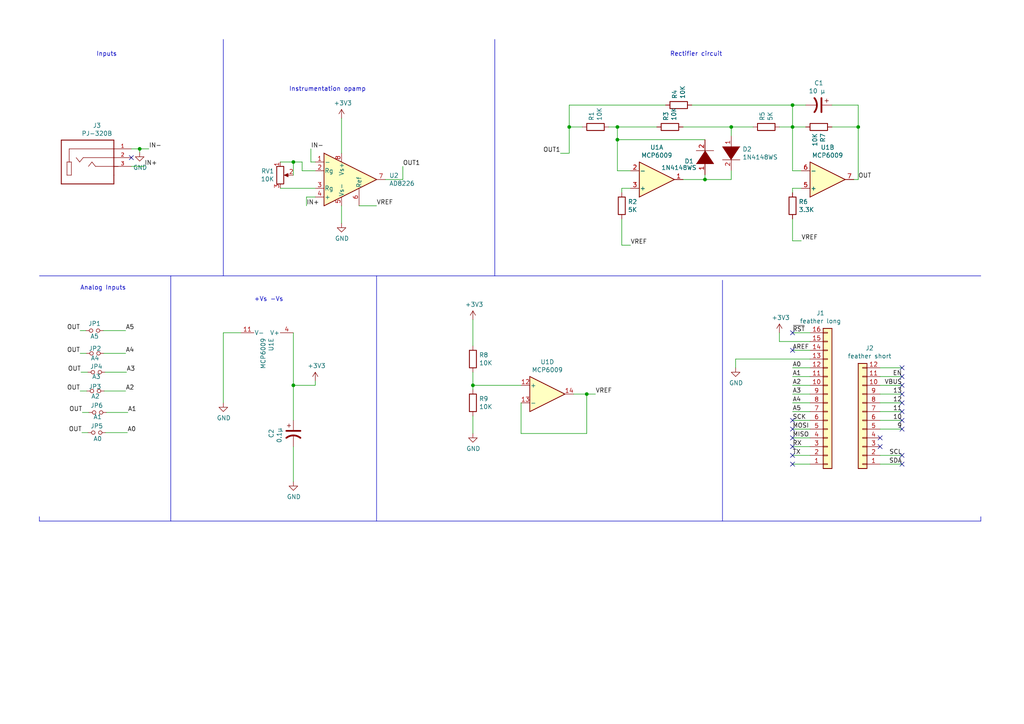
<source format=kicad_sch>
(kicad_sch (version 20230121) (generator eeschema)
  (paper "A4")
  (title_block (title "Wing_current_sensor") (date "2021-07-21") (rev "1.1") (company "ElectronicCats") (comment 1 "Edgar Emmanuel Capuchino Escobedo"))
  (lib_symbols
    (symbol "power:GND" (power) (pin_names (offset 0))
      (property "Value" "GND" (at 0 -3.81 0))
      (symbol "GND_0_1"
        (polyline (pts (xy 0 0) (xy 0 -1.27) (xy 1.27 -1.27) (xy 0 -2.54) (xy -1.27 -1.27) (xy 0 -1.27)))
      )
      (symbol "GND_1_1"
        (pin power_in line (at 0 0 270) (length 0) hide (name "GND") (number "1"))
      )
    )
    (symbol "sensor_current-rescue:+3.3V-power-sensor_current-rescue" (power) (pin_names (offset 0))
      (property "Value" "+3.3V-power-sensor_current-rescue" (at 0 3.556 0))
      (symbol "+3.3V-power-sensor_current-rescue_0_1"
        (polyline (pts (xy -0.762 1.27) (xy 0 2.54)))
        (polyline (pts (xy 0 0) (xy 0 2.54)))
        (polyline (pts (xy 0 2.54) (xy 0.762 1.27)))
      )
      (symbol "+3.3V-power-sensor_current-rescue_1_1"
        (pin power_in line (at 0 0 90) (length 0) hide (name "+3V3") (number "1"))
      )
    )
    (symbol "sensor_current-rescue:AD8421-Amplifier_Instrumentation-sensor_current-rescue" (pin_names (offset 0.127))
      (property "Reference" "U" (at 3.81 7.62 0))
      (property "Value" "AD8421-Amplifier_Instrumentation-sensor_current-rescue" (at 3.81 5.08 0))
      (symbol "AD8421-Amplifier_Instrumentation-sensor_current-rescue_0_1"
        (polyline (pts (xy -7.62 7.62) (xy -7.62 -7.62) (xy 7.62 0) (xy -7.62 7.62)) (stroke (width 0.254)) (fill (type background)))
      )
      (symbol "AD8421-Amplifier_Instrumentation-sensor_current-rescue_1_1"
        (pin input line (at -10.16 5.08 0) (length 2.54) (name "-") (number "1"))
        (pin passive line (at -10.16 2.54 0) (length 2.54) (name "Rg") (number "2"))
        (pin passive line (at -10.16 -2.54 0) (length 2.54) (name "Rg") (number "3"))
        (pin input line (at -10.16 -5.08 0) (length 2.54) (name "+") (number "4"))
        (pin power_in line (at -2.54 -7.62 90) (length 2.54) (name "Vs-") (number "5"))
        (pin passive line (at 2.54 -7.62 90) (length 5.08) (name "Ref") (number "6"))
        (pin output line (at 10.16 0 180) (length 2.54) (name "~") (number "7"))
        (pin power_in line (at -2.54 7.62 270) (length 2.54) (name "Vs+") (number "8"))
      )
    )
    (symbol "sensor_current-rescue:CP1-Device-sensor_current-rescue" (pin_numbers hide) (pin_names (offset 0.254) hide)
      (property "Reference" "C" (at 0.635 2.54 0))
      (property "Value" "CP1-Device-sensor_current-rescue" (at 0.635 -2.54 0))
      (symbol "CP1-Device-sensor_current-rescue_0_1"
        (polyline (pts (xy -2.032 0.762) (xy 2.032 0.762)) (stroke (width 0.508)))
        (polyline (pts (xy -1.778 2.286) (xy -0.762 2.286)))
        (polyline (pts (xy -1.27 1.778) (xy -1.27 2.794)))
        (arc (start 2.032 -1.27) (mid 0 -0.5572) (end -2.032 -1.27) (stroke (width 0.508)))
      )
      (symbol "CP1-Device-sensor_current-rescue_1_1"
        (pin passive line (at 0 3.81 270) (length 2.794) (name "~") (number "1"))
        (pin passive line (at 0 -3.81 90) (length 3.302) (name "~") (number "2"))
      )
    )
    (symbol "sensor_current-rescue:Conn_01x12-Connector_Generic-sensor_current-rescue" (pin_names (offset 1.016) hide)
      (property "Reference" "J" (at 0 15.24 0))
      (property "Value" "Conn_01x12-Connector_Generic-sensor_current-rescue" (at 0 -17.78 0))
      (symbol "Conn_01x12-Connector_Generic-sensor_current-rescue_1_1"
        (rectangle (start -1.27 -15.113) (end 0 -15.367) (stroke (width 0.1524)))
        (rectangle (start -1.27 -12.573) (end 0 -12.827) (stroke (width 0.1524)))
        (rectangle (start -1.27 -10.033) (end 0 -10.287) (stroke (width 0.1524)))
        (rectangle (start -1.27 -7.493) (end 0 -7.747) (stroke (width 0.1524)))
        (rectangle (start -1.27 -4.953) (end 0 -5.207) (stroke (width 0.1524)))
        (rectangle (start -1.27 -2.413) (end 0 -2.667) (stroke (width 0.1524)))
        (rectangle (start -1.27 0.127) (end 0 -0.127) (stroke (width 0.1524)))
        (rectangle (start -1.27 2.667) (end 0 2.413) (stroke (width 0.1524)))
        (rectangle (start -1.27 5.207) (end 0 4.953) (stroke (width 0.1524)))
        (rectangle (start -1.27 7.747) (end 0 7.493) (stroke (width 0.1524)))
        (rectangle (start -1.27 10.287) (end 0 10.033) (stroke (width 0.1524)))
        (rectangle (start -1.27 12.827) (end 0 12.573) (stroke (width 0.1524)))
        (rectangle (start -1.27 13.97) (end 1.27 -16.51) (stroke (width 0.254)) (fill (type background)))
        (pin passive line (at -5.08 12.7 0) (length 3.81) (name "Pin_1") (number "1"))
        (pin passive line (at -5.08 -10.16 0) (length 3.81) (name "Pin_10") (number "10"))
        (pin passive line (at -5.08 -12.7 0) (length 3.81) (name "Pin_11") (number "11"))
        (pin passive line (at -5.08 -15.24 0) (length 3.81) (name "Pin_12") (number "12"))
        (pin passive line (at -5.08 10.16 0) (length 3.81) (name "Pin_2") (number "2"))
        (pin passive line (at -5.08 7.62 0) (length 3.81) (name "Pin_3") (number "3"))
        (pin passive line (at -5.08 5.08 0) (length 3.81) (name "Pin_4") (number "4"))
        (pin passive line (at -5.08 2.54 0) (length 3.81) (name "Pin_5") (number "5"))
        (pin passive line (at -5.08 0 0) (length 3.81) (name "Pin_6") (number "6"))
        (pin passive line (at -5.08 -2.54 0) (length 3.81) (name "Pin_7") (number "7"))
        (pin passive line (at -5.08 -5.08 0) (length 3.81) (name "Pin_8") (number "8"))
        (pin passive line (at -5.08 -7.62 0) (length 3.81) (name "Pin_9") (number "9"))
      )
    )
    (symbol "sensor_current-rescue:Conn_01x16-Connector_Generic-sensor_current-rescue" (pin_names (offset 1.016) hide)
      (property "Reference" "J" (at 0 20.32 0))
      (property "Value" "Conn_01x16-Connector_Generic-sensor_current-rescue" (at 0 -22.86 0))
      (symbol "Conn_01x16-Connector_Generic-sensor_current-rescue_1_1"
        (rectangle (start -1.27 -20.193) (end 0 -20.447) (stroke (width 0.1524)))
        (rectangle (start -1.27 -17.653) (end 0 -17.907) (stroke (width 0.1524)))
        (rectangle (start -1.27 -15.113) (end 0 -15.367) (stroke (width 0.1524)))
        (rectangle (start -1.27 -12.573) (end 0 -12.827) (stroke (width 0.1524)))
        (rectangle (start -1.27 -10.033) (end 0 -10.287) (stroke (width 0.1524)))
        (rectangle (start -1.27 -7.493) (end 0 -7.747) (stroke (width 0.1524)))
        (rectangle (start -1.27 -4.953) (end 0 -5.207) (stroke (width 0.1524)))
        (rectangle (start -1.27 -2.413) (end 0 -2.667) (stroke (width 0.1524)))
        (rectangle (start -1.27 0.127) (end 0 -0.127) (stroke (width 0.1524)))
        (rectangle (start -1.27 2.667) (end 0 2.413) (stroke (width 0.1524)))
        (rectangle (start -1.27 5.207) (end 0 4.953) (stroke (width 0.1524)))
        (rectangle (start -1.27 7.747) (end 0 7.493) (stroke (width 0.1524)))
        (rectangle (start -1.27 10.287) (end 0 10.033) (stroke (width 0.1524)))
        (rectangle (start -1.27 12.827) (end 0 12.573) (stroke (width 0.1524)))
        (rectangle (start -1.27 15.367) (end 0 15.113) (stroke (width 0.1524)))
        (rectangle (start -1.27 17.907) (end 0 17.653) (stroke (width 0.1524)))
        (rectangle (start -1.27 19.05) (end 1.27 -21.59) (stroke (width 0.254)) (fill (type background)))
        (pin passive line (at -5.08 17.78 0) (length 3.81) (name "Pin_1") (number "1"))
        (pin passive line (at -5.08 -5.08 0) (length 3.81) (name "Pin_10") (number "10"))
        (pin passive line (at -5.08 -7.62 0) (length 3.81) (name "Pin_11") (number "11"))
        (pin passive line (at -5.08 -10.16 0) (length 3.81) (name "Pin_12") (number "12"))
        (pin passive line (at -5.08 -12.7 0) (length 3.81) (name "Pin_13") (number "13"))
        (pin passive line (at -5.08 -15.24 0) (length 3.81) (name "Pin_14") (number "14"))
        (pin passive line (at -5.08 -17.78 0) (length 3.81) (name "Pin_15") (number "15"))
        (pin passive line (at -5.08 -20.32 0) (length 3.81) (name "Pin_16") (number "16"))
        (pin passive line (at -5.08 15.24 0) (length 3.81) (name "Pin_2") (number "2"))
        (pin passive line (at -5.08 12.7 0) (length 3.81) (name "Pin_3") (number "3"))
        (pin passive line (at -5.08 10.16 0) (length 3.81) (name "Pin_4") (number "4"))
        (pin passive line (at -5.08 7.62 0) (length 3.81) (name "Pin_5") (number "5"))
        (pin passive line (at -5.08 5.08 0) (length 3.81) (name "Pin_6") (number "6"))
        (pin passive line (at -5.08 2.54 0) (length 3.81) (name "Pin_7") (number "7"))
        (pin passive line (at -5.08 0 0) (length 3.81) (name "Pin_8") (number "8"))
        (pin passive line (at -5.08 -2.54 0) (length 3.81) (name "Pin_9") (number "9"))
      )
    )
    (symbol "sensor_current-rescue:DIODE-pspice-sensor_current-rescue" (pin_names (offset 1.016) hide)
      (property "Reference" "D" (at 0 3.81 0))
      (property "Value" "DIODE-pspice-sensor_current-rescue" (at 0 -4.445 0))
      (symbol "DIODE-pspice-sensor_current-rescue_0_1"
        (polyline (pts (xy 1.905 2.54) (xy 1.905 -2.54)))
        (polyline (pts (xy -1.905 2.54) (xy -1.905 -2.54) (xy 1.905 0)) (fill (type outline)))
      )
      (symbol "DIODE-pspice-sensor_current-rescue_1_1"
        (pin input line (at -5.08 0 0) (length 3.81) (name "K") (number "1"))
        (pin input line (at 5.08 0 180) (length 3.81) (name "A") (number "2"))
      )
    )
    (symbol "sensor_current-rescue:GND-power-sensor_current-rescue" (power) (pin_names (offset 0))
      (property "Value" "GND-power-sensor_current-rescue" (at 0 -3.81 0))
      (symbol "GND-power-sensor_current-rescue_0_1"
        (polyline (pts (xy 0 0) (xy 0 -1.27) (xy 1.27 -1.27) (xy 0 -2.54) (xy -1.27 -1.27) (xy 0 -1.27)))
      )
      (symbol "GND-power-sensor_current-rescue_1_1"
        (pin power_in line (at 0 0 270) (length 0) hide (name "GND") (number "1"))
      )
    )
    (symbol "sensor_current-rescue:Jumper_NO_Small-Device" (pin_numbers hide) (pin_names (offset 0.762) hide)
      (property "Reference" "JP" (at 0 2.032 0))
      (property "Value" "Device_Jumper_NO_Small" (at 0.254 -1.524 0))
      (symbol "Jumper_NO_Small-Device_0_1"
        (circle (center -1.016 0) (radius 0.508))
        (circle (center 1.016 0) (radius 0.508))
        (pin passive line (at -2.54 0 0) (length 1.016) (name "1") (number "1"))
        (pin passive line (at 2.54 0 180) (length 1.016) (name "2") (number "2"))
      )
    )
    (symbol "sensor_current-rescue:R-Device-sensor_current-rescue" (pin_numbers hide) (pin_names (offset 0))
      (property "Reference" "R" (at 2.032 0 90))
      (property "Value" "R-Device-sensor_current-rescue" (at 0 0 90))
      (symbol "R-Device-sensor_current-rescue_0_1"
        (rectangle (start -1.016 -2.54) (end 1.016 2.54) (stroke (width 0.254)))
      )
      (symbol "R-Device-sensor_current-rescue_1_1"
        (pin passive line (at 0 3.81 270) (length 1.27) (name "~") (number "1"))
        (pin passive line (at 0 -3.81 90) (length 1.27) (name "~") (number "2"))
      )
    )
    (symbol "sensor_current-rescue:R_POT-Device-sensor_current-rescue" (pin_names (offset 1.016) hide)
      (property "Reference" "RV" (at -4.445 0 90))
      (property "Value" "R_POT-Device-sensor_current-rescue" (at -2.54 0 90))
      (symbol "R_POT-Device-sensor_current-rescue_0_1"
        (polyline (pts (xy 2.54 0) (xy 1.524 0)))
        (polyline (pts (xy 1.143 0) (xy 2.286 0.508) (xy 2.286 -0.508) (xy 1.143 0)) (fill (type outline)))
        (rectangle (start 1.016 2.54) (end -1.016 -2.54) (stroke (width 0.254)))
      )
      (symbol "R_POT-Device-sensor_current-rescue_1_1"
        (pin passive line (at 0 3.81 270) (length 1.27) (name "1") (number "1"))
        (pin passive line (at 3.81 0 180) (length 1.27) (name "2") (number "2"))
        (pin passive line (at 0 -3.81 90) (length 1.27) (name "3") (number "3"))
      )
    )
    (symbol "sensor_current-rescue:SJ-3524-SMT-jack-sensor_current-rescue" (pin_names (offset 1.016) hide)
      (property "Reference" "J" (at -7.6454 8.2804 0))
      (property "Value" "SJ-3524-SMT-jack-sensor_current-rescue" (at -7.6454 -7.6708 0))
      (symbol "SJ-3524-SMT-jack-sensor_current-rescue_0_0"
        (polyline (pts (xy -7.62 -5.08) (xy 7.62 -5.08)) (stroke (width 0.254)))
        (polyline (pts (xy -7.62 7.62) (xy -7.62 -5.08)) (stroke (width 0.254)))
        (polyline (pts (xy -5.969 -2.54) (xy -4.699 -2.54)) (stroke (width 0.1524)))
        (polyline (pts (xy -5.969 1.27) (xy -5.969 -2.54)) (stroke (width 0.1524)))
        (polyline (pts (xy -5.334 1.27) (xy -5.969 1.27)) (stroke (width 0.1524)))
        (polyline (pts (xy -5.334 1.27) (xy -5.334 5.08)) (stroke (width 0.1524)))
        (polyline (pts (xy -5.334 5.08) (xy 7.62 5.08)) (stroke (width 0.1524)))
        (polyline (pts (xy -4.699 -2.54) (xy -4.699 1.27)) (stroke (width 0.1524)))
        (polyline (pts (xy -4.699 1.27) (xy -5.334 1.27)) (stroke (width 0.1524)))
        (polyline (pts (xy -2.286 1.27) (xy -3.302 2.54)) (stroke (width 0.1524)))
        (polyline (pts (xy -1.27 2.54) (xy -2.286 1.27)) (stroke (width 0.1524)))
        (polyline (pts (xy 7.62 -5.08) (xy 7.62 -2.54)) (stroke (width 0.254)))
        (polyline (pts (xy 7.62 -2.54) (xy 7.62 0)) (stroke (width 0.254)))
        (polyline (pts (xy 7.62 0) (xy 7.62 2.54)) (stroke (width 0.254)))
        (polyline (pts (xy 7.62 2.54) (xy -1.27 2.54)) (stroke (width 0.1524)))
        (polyline (pts (xy 7.62 2.54) (xy 7.62 5.08)) (stroke (width 0.254)))
        (polyline (pts (xy 7.62 5.08) (xy 7.62 7.62)) (stroke (width 0.254)))
        (polyline (pts (xy 7.62 7.62) (xy -7.62 7.62)) (stroke (width 0.254)))
        (pin passive line (at 12.7 5.08 180) (length 5.08) (name "~") (number "1"))
        (pin passive line (at 12.7 2.54 180) (length 5.08) (name "~") (number "2"))
        (pin passive line (at 12.7 0 180) (length 5.08) (name "~") (number "3"))
      )
      (symbol "SJ-3524-SMT-jack-sensor_current-rescue_1_1"
        (polyline (pts (xy 0.254 0) (xy 1.27 1.27)) (stroke (width 0.1524)))
        (polyline (pts (xy 1.27 1.27) (xy 2.286 0)) (stroke (width 0.1524)))
        (polyline (pts (xy 8.89 0) (xy 2.286 0)) (stroke (width 0.1524)))
      )
    )
    (symbol "sensor_current-rescue:TL084-Amplifier_Operational-sensor_current-rescue" (pin_names (offset 0.127))
      (property "Reference" "U" (at 0 5.08 0))
      (property "Value" "TL084-Amplifier_Operational-sensor_current-rescue" (at 0 -5.08 0))
      (symbol "TL084-Amplifier_Operational-sensor_current-rescue_1_1"
        (polyline (pts (xy -5.08 5.08) (xy 5.08 0) (xy -5.08 -5.08) (xy -5.08 5.08)) (stroke (width 0.254)) (fill (type background)))
        (pin output line (at 7.62 0 180) (length 2.54) (name "~") (number "1"))
        (pin input line (at -7.62 -2.54 0) (length 2.54) (name "-") (number "2"))
        (pin input line (at -7.62 2.54 0) (length 2.54) (name "+") (number "3"))
      )
      (symbol "TL084-Amplifier_Operational-sensor_current-rescue_2_1"
        (polyline (pts (xy -5.08 5.08) (xy 5.08 0) (xy -5.08 -5.08) (xy -5.08 5.08)) (stroke (width 0.254)) (fill (type background)))
        (pin input line (at -7.62 2.54 0) (length 2.54) (name "+") (number "5"))
        (pin input line (at -7.62 -2.54 0) (length 2.54) (name "-") (number "6"))
        (pin output line (at 7.62 0 180) (length 2.54) (name "~") (number "7"))
      )
      (symbol "TL084-Amplifier_Operational-sensor_current-rescue_3_1"
        (polyline (pts (xy -5.08 5.08) (xy 5.08 0) (xy -5.08 -5.08) (xy -5.08 5.08)) (stroke (width 0.254)) (fill (type background)))
        (pin input line (at -7.62 2.54 0) (length 2.54) (name "+") (number "10"))
        (pin output line (at 7.62 0 180) (length 2.54) (name "~") (number "8"))
        (pin input line (at -7.62 -2.54 0) (length 2.54) (name "-") (number "9"))
      )
      (symbol "TL084-Amplifier_Operational-sensor_current-rescue_4_1"
        (polyline (pts (xy -5.08 5.08) (xy 5.08 0) (xy -5.08 -5.08) (xy -5.08 5.08)) (stroke (width 0.254)) (fill (type background)))
        (pin input line (at -7.62 2.54 0) (length 2.54) (name "+") (number "12"))
        (pin input line (at -7.62 -2.54 0) (length 2.54) (name "-") (number "13"))
        (pin output line (at 7.62 0 180) (length 2.54) (name "~") (number "14"))
      )
      (symbol "TL084-Amplifier_Operational-sensor_current-rescue_5_1"
        (pin power_in line (at -2.54 -7.62 90) (length 3.81) (name "V-") (number "11"))
        (pin power_in line (at -2.54 7.62 270) (length 3.81) (name "V+") (number "4"))
      )
    )
  )
  (junction (at 170.18 114.3))
  (junction (at 179.07 40.513))
  (junction (at 40.513 43.18))
  (junction (at 137.16 111.76))
  (junction (at 204.47 52.07))
  (junction (at 229.87 36.83))
  (junction (at 248.92 36.83))
  (junction (at 85.09 111.76))
  (junction (at 179.07 36.83))
  (junction (at 212.09 36.83))
  (junction (at 85.09 46.99))
  (junction (at 165.1 36.83))
  (junction (at 229.87 30.48))
  (no_connect (at 261.62 114.3))
  (no_connect (at 229.87 134.62))
  (no_connect (at 229.87 127))
  (no_connect (at 229.87 121.92))
  (no_connect (at 38.1 45.72))
  (no_connect (at 229.87 96.52))
  (no_connect (at 261.62 119.38))
  (no_connect (at 261.62 111.76))
  (no_connect (at 229.87 101.6))
  (no_connect (at 261.62 106.68))
  (no_connect (at 261.62 116.84))
  (no_connect (at 261.62 121.92))
  (no_connect (at 261.62 132.08))
  (no_connect (at 255.27 129.54))
  (no_connect (at 229.87 129.54))
  (no_connect (at 229.87 132.08))
  (no_connect (at 261.62 109.22))
  (no_connect (at 255.27 127))
  (no_connect (at 261.62 124.46))
  (no_connect (at 229.87 124.46))
  (no_connect (at 261.62 134.62))
  (wire (pts (xy 229.87 101.6) (xy 234.95 101.6)))
  (wire (pts (xy 226.06 99.06) (xy 234.95 99.06)))
  (wire (pts (xy 168.91 36.83) (xy 165.1 36.83)))
  (wire (pts (xy 229.87 36.83) (xy 226.06 36.83)))
  (wire (pts (xy 229.87 109.22) (xy 234.95 109.22)))
  (wire (pts (xy 180.34 63.5) (xy 180.34 71.12)))
  (wire (pts (xy 180.34 54.61) (xy 180.34 55.88)))
  (wire (pts (xy 23.241 102.489) (xy 25.019 102.489)))
  (polyline (pts (xy 64.77 80.01) (xy 64.77 11.43)))
  (wire (pts (xy 170.18 114.3) (xy 172.72 114.3)))
  (wire (pts (xy 30.226 113.411) (xy 36.449 113.411)))
  (wire (pts (xy 165.1 36.83) (xy 165.1 44.45)))
  (wire (pts (xy 229.87 134.62) (xy 234.95 134.62)))
  (wire (pts (xy 91.44 110.49) (xy 91.44 111.76)))
  (wire (pts (xy 179.07 36.83) (xy 179.07 40.513)))
  (polyline (pts (xy 11.43 151.13) (xy 11.43 149.86)))
  (polyline (pts (xy 11.43 80.01) (xy 284.48 80.01)))
  (wire (pts (xy 229.87 116.84) (xy 234.95 116.84)))
  (polyline (pts (xy 284.48 151.13) (xy 284.48 149.86)))
  (wire (pts (xy 30.861 119.634) (xy 37.084 119.634)))
  (wire (pts (xy 91.44 57.15) (xy 88.9 57.15)))
  (wire (pts (xy 90.17 46.99) (xy 90.17 43.18)))
  (wire (pts (xy 229.87 96.52) (xy 234.95 96.52)))
  (wire (pts (xy 38.1 48.26) (xy 41.91 48.26)))
  (polyline (pts (xy 109.22 151.13) (xy 109.22 80.01)))
  (wire (pts (xy 182.88 54.61) (xy 180.34 54.61)))
  (wire (pts (xy 247.65 52.07) (xy 248.92 52.07)))
  (wire (pts (xy 255.27 132.08) (xy 261.62 132.08)))
  (wire (pts (xy 170.18 125.73) (xy 170.18 114.3)))
  (wire (pts (xy 200.66 30.48) (xy 229.87 30.48)))
  (wire (pts (xy 81.28 46.99) (xy 85.09 46.99)))
  (polyline (pts (xy 49.53 80.01) (xy 49.53 151.13)))
  (wire (pts (xy 248.92 36.83) (xy 248.92 30.48)))
  (wire (pts (xy 212.09 49.53) (xy 212.09 52.07)))
  (polyline (pts (xy 11.43 151.13) (xy 284.48 151.13)))
  (wire (pts (xy 255.27 124.46) (xy 261.62 124.46)))
  (wire (pts (xy 151.13 116.84) (xy 151.13 125.73)))
  (wire (pts (xy 229.87 121.92) (xy 234.95 121.92)))
  (polyline (pts (xy 143.51 80.01) (xy 143.51 11.43)))
  (wire (pts (xy 23.876 119.634) (xy 25.781 119.634)))
  (wire (pts (xy 198.12 36.83) (xy 212.09 36.83)))
  (wire (pts (xy 241.3 30.48) (xy 248.92 30.48)))
  (wire (pts (xy 212.09 36.83) (xy 212.09 39.37)))
  (wire (pts (xy 213.36 104.14) (xy 234.95 104.14)))
  (wire (pts (xy 233.68 30.48) (xy 229.87 30.48)))
  (wire (pts (xy 85.09 46.99) (xy 87.63 46.99)))
  (wire (pts (xy 180.34 71.12) (xy 182.88 71.12)))
  (wire (pts (xy 88.9 57.15) (xy 88.9 59.69)))
  (wire (pts (xy 229.87 55.88) (xy 229.87 54.61)))
  (wire (pts (xy 176.53 36.83) (xy 179.07 36.83)))
  (wire (pts (xy 23.495 107.95) (xy 25.4 107.95)))
  (wire (pts (xy 229.87 69.85) (xy 229.87 63.5)))
  (wire (pts (xy 165.1 30.48) (xy 193.04 30.48)))
  (wire (pts (xy 255.27 119.38) (xy 261.62 119.38)))
  (wire (pts (xy 179.07 40.513) (xy 204.47 40.513)))
  (wire (pts (xy 218.44 36.83) (xy 212.09 36.83)))
  (wire (pts (xy 255.27 106.68) (xy 261.62 106.68)))
  (wire (pts (xy 99.06 34.29) (xy 99.06 44.45)))
  (wire (pts (xy 229.87 49.53) (xy 229.87 36.83)))
  (wire (pts (xy 229.87 69.85) (xy 232.41 69.85)))
  (wire (pts (xy 91.44 111.76) (xy 85.09 111.76)))
  (wire (pts (xy 241.3 36.83) (xy 248.92 36.83)))
  (wire (pts (xy 137.16 120.65) (xy 137.16 125.73)))
  (wire (pts (xy 182.88 49.53) (xy 179.07 49.53)))
  (wire (pts (xy 229.87 106.68) (xy 234.95 106.68)))
  (wire (pts (xy 229.87 124.46) (xy 234.95 124.46)))
  (wire (pts (xy 137.16 111.76) (xy 137.16 113.03)))
  (wire (pts (xy 30.607 125.476) (xy 36.957 125.476)))
  (wire (pts (xy 248.92 36.83) (xy 248.92 52.07)))
  (wire (pts (xy 165.1 30.48) (xy 165.1 36.83)))
  (wire (pts (xy 99.06 59.69) (xy 99.06 64.77)))
  (wire (pts (xy 23.241 113.411) (xy 25.146 113.411)))
  (wire (pts (xy 116.84 52.07) (xy 116.84 48.26)))
  (wire (pts (xy 87.63 49.53) (xy 91.44 49.53)))
  (wire (pts (xy 255.27 114.3) (xy 261.62 114.3)))
  (wire (pts (xy 229.87 49.53) (xy 232.41 49.53)))
  (wire (pts (xy 229.87 129.54) (xy 234.95 129.54)))
  (wire (pts (xy 87.63 46.99) (xy 87.63 49.53)))
  (wire (pts (xy 81.28 54.61) (xy 91.44 54.61)))
  (wire (pts (xy 255.27 111.76) (xy 261.62 111.76)))
  (wire (pts (xy 23.749 125.476) (xy 25.527 125.476)))
  (wire (pts (xy 23.241 95.885) (xy 24.892 95.885)))
  (wire (pts (xy 255.27 121.92) (xy 261.62 121.92)))
  (wire (pts (xy 229.87 119.38) (xy 234.95 119.38)))
  (wire (pts (xy 166.37 114.3) (xy 170.18 114.3)))
  (wire (pts (xy 229.87 111.76) (xy 234.95 111.76)))
  (wire (pts (xy 151.13 111.76) (xy 137.16 111.76)))
  (wire (pts (xy 255.27 134.62) (xy 261.62 134.62)))
  (wire (pts (xy 162.56 44.45) (xy 165.1 44.45)))
  (wire (pts (xy 40.513 43.18) (xy 43.18 43.18)))
  (wire (pts (xy 229.87 114.3) (xy 234.95 114.3)))
  (wire (pts (xy 179.07 36.83) (xy 190.5 36.83)))
  (wire (pts (xy 229.87 132.08) (xy 234.95 132.08)))
  (wire (pts (xy 69.85 96.52) (xy 64.77 96.52)))
  (wire (pts (xy 255.27 116.84) (xy 261.62 116.84)))
  (wire (pts (xy 111.76 52.07) (xy 116.84 52.07)))
  (wire (pts (xy 137.16 92.71) (xy 137.16 100.33)))
  (wire (pts (xy 29.972 95.885) (xy 36.449 95.885)))
  (wire (pts (xy 85.09 96.52) (xy 85.09 111.76)))
  (wire (pts (xy 91.44 46.99) (xy 90.17 46.99)))
  (wire (pts (xy 198.12 52.07) (xy 204.47 52.07)))
  (wire (pts (xy 213.36 106.68) (xy 213.36 104.14)))
  (wire (pts (xy 212.09 52.07) (xy 204.47 52.07)))
  (wire (pts (xy 85.09 121.92) (xy 85.09 111.76)))
  (wire (pts (xy 137.16 107.95) (xy 137.16 111.76)))
  (wire (pts (xy 226.06 96.52) (xy 226.06 99.06)))
  (wire (pts (xy 104.14 59.69) (xy 109.22 59.69)))
  (wire (pts (xy 30.48 107.95) (xy 36.703 107.95)))
  (polyline (pts (xy 209.55 151.13) (xy 209.55 81.28)))
  (wire (pts (xy 204.47 50.673) (xy 204.47 52.07)))
  (wire (pts (xy 229.87 127) (xy 234.95 127)))
  (wire (pts (xy 229.87 30.48) (xy 229.87 36.83)))
  (wire (pts (xy 30.099 102.489) (xy 36.449 102.489)))
  (wire (pts (xy 40.513 44.196) (xy 40.513 43.18)))
  (wire (pts (xy 85.09 129.54) (xy 85.09 139.7)))
  (wire (pts (xy 151.13 125.73) (xy 170.18 125.73)))
  (wire (pts (xy 64.77 96.52) (xy 64.77 116.84)))
  (wire (pts (xy 229.87 54.61) (xy 232.41 54.61)))
  (wire (pts (xy 85.09 46.99) (xy 85.09 50.8)))
  (wire (pts (xy 38.1 43.18) (xy 40.513 43.18)))
  (wire (pts (xy 255.27 109.22) (xy 261.62 109.22)))
  (wire (pts (xy 233.68 36.83) (xy 229.87 36.83)))
  (wire (pts (xy 179.07 40.513) (xy 179.07 49.53)))
  (text "Inputs" (at 27.94 16.51 0) (effects (font (size 1.27 1.27)) (justify left bottom)))
  (text "Rectifier circuit" (at 194.31 16.51 0) (effects (font (size 1.27 1.27)) (justify left bottom)))
  (text "Analog Inputs" (at 23.241 84.328 0) (effects (font (size 1.27 1.27)) (justify left bottom)))
  (text "Instrumentation opamp" (at 83.82 26.67 0) (effects (font (size 1.27 1.27)) (justify left bottom)))
  (text "+Vs -Vs" (at 73.66 87.63 0) (effects (font (size 1.27 1.27)) (justify left bottom)))
  (label "A1" (at 37.084 119.634 0))
  (label "A0" (at 36.957 125.476 0))
  (label "OUT" (at 23.876 119.634 180))
  (label "MOSI" (at 229.87 124.46 0))
  (label "SCL" (at 261.62 132.08 180))
  (label "OUT" (at 23.749 125.476 180))
  (label "SDA" (at 261.62 134.62 180))
  (label "VREF" (at 182.88 71.12 0))
  (label "13" (at 261.62 114.3 180))
  (label "OUT1" (at 116.84 48.26 0))
  (label "A2" (at 36.449 113.411 0))
  (label "A3" (at 36.703 107.95 0))
  (label "A5" (at 36.449 95.885 0))
  (label "SCK" (at 229.87 121.92 0))
  (label "A3" (at 229.87 114.3 0))
  (label "OUT" (at 248.92 51.943 0))
  (label "A1" (at 229.87 109.22 0))
  (label "A4" (at 36.449 102.489 0))
  (label "A5" (at 229.87 119.38 0))
  (label "IN+" (at 88.9 59.69 0))
  (label "OUT" (at 23.241 113.411 180))
  (label "VREF" (at 172.72 114.3 0))
  (label "12" (at 261.62 116.84 180))
  (label "A2" (at 229.87 111.76 0))
  (label "MISO" (at 229.87 127 0))
  (label "A4" (at 229.87 116.84 0))
  (label "VREF" (at 109.22 59.69 0))
  (label "VBUS" (at 261.62 111.76 180))
  (label "11" (at 261.62 119.38 180))
  (label "A0" (at 229.87 106.68 0))
  (label "AREF" (at 229.87 101.6 0))
  (label "TX" (at 229.87 132.08 0))
  (label "VREF" (at 232.41 69.85 0))
  (label "IN-" (at 90.17 43.18 0))
  (label "RX" (at 229.87 129.54 0))
  (label "OUT" (at 23.241 102.489 180))
  (label "~{RST}" (at 229.87 96.52 0))
  (label "10" (at 261.62 121.92 180))
  (label "EN" (at 261.62 109.22 180))
  (label "9" (at 261.62 124.46 180))
  (label "IN-" (at 43.18 43.18 0))
  (label "OUT1" (at 162.56 44.45 180))
  (label "OUT" (at 23.495 107.95 180))
  (label "IN+" (at 41.91 48.26 0))
  (label "OUT" (at 23.241 95.885 180))
  (symbol (lib_id "sensor_current-rescue:Conn_01x16-Connector_Generic-sensor_current-rescue") (at 240.03 116.84 0) (mirror x) (unit 1)
    (property "Reference" "J1" (at 237.9726 90.805 0))
    (property "Value" "feather long" (at 237.9726 93.1164 0))
    (property "Footprint" "Connector_PinHeader_2.54mm:PinHeader_1x16_P2.54mm_Vertical" (effects hide))
  )
  (symbol (lib_id "sensor_current-rescue:Conn_01x12-Connector_Generic-sensor_current-rescue") (at 250.19 121.92 180) (unit 1)
    (property "Reference" "J2" (at 252.222 100.965 0))
    (property "Value" "feather short" (at 252.222 103.2764 0))
    (property "Footprint" "Connector_PinHeader_2.54mm:PinHeader_1x12_P2.54mm_Vertical" (effects hide))
  )
  (symbol (lib_id "sensor_current-rescue:+3.3V-power-sensor_current-rescue") (at 226.06 96.52 0) (unit 1)
    (property "Reference" "#PWR01" (effects hide))
    (property "Value" "+3.3V" (at 226.441 92.1258 0))
  )
  (symbol (lib_id "sensor_current-rescue:GND-power-sensor_current-rescue") (at 213.36 106.68 0) (unit 1)
    (property "Reference" "#PWR02" (effects hide))
    (property "Value" "GND" (at 213.487 111.0742 0))
  )
  (symbol (lib_id "sensor_current-rescue:CP1-Device-sensor_current-rescue") (at 85.09 125.73 0) (unit 1)
    (property "Reference" "C2" (at 78.6892 125.73 90))
    (property "Value" "0.1μ " (at 81.0006 125.73 90))
    (property "Footprint" "Capacitor_SMD:C_0805_2012Metric_Pad1.18x1.45mm_HandSolder" (effects hide))
    (property "Datasheet" "https://datasheet.lcsc.com/lcsc/1912111437_CCTC-TCC0805X7R104M500DT_C360619.pdf" (effects hide))
    (property "#LCSC" "C360619" (effects hide))
  )
  (symbol (lib_id "sensor_current-rescue:TL084-Amplifier_Operational-sensor_current-rescue") (at 77.47 99.06 270) (unit 5)
    (property "Reference" "U1" (at 78.6384 97.9932 0) (effects (justify left)))
    (property "Value" "MCP6009" (at 76.327 97.9932 0) (effects (justify left)))
    (property "Footprint" "Package_SO:SO-14_3.9x8.65mm_P1.27mm" (effects hide))
    (property "Datasheet" "http://www.ti.com/lit/ds/symlink/tl081.pdf" (effects hide))
    (property "#Mouser" "579-MCP6009-E/SL" (effects hide))
  )
  (symbol (lib_id "sensor_current-rescue:GND-power-sensor_current-rescue") (at 85.09 139.7 0) (unit 1)
    (property "Reference" "#PWR0102" (effects hide))
    (property "Value" "GND" (at 85.217 144.0942 0))
  )
  (symbol (lib_id "sensor_current-rescue:R_POT-Device-sensor_current-rescue") (at 81.28 50.8 0) (unit 1)
    (property "Reference" "RV1" (at 79.5274 49.6316 0) (effects (justify right)))
    (property "Value" "10K" (at 79.5274 51.943 0) (effects (justify right)))
    (property "Footprint" "Potentiometer_THT:Potentiometer_Bourns_3299W_Vertical" (effects hide))
  )
  (symbol (lib_id "sensor_current-rescue:AD8421-Amplifier_Instrumentation-sensor_current-rescue") (at 101.6 52.07 0) (unit 1)
    (property "Reference" "U2" (at 112.8776 50.9016 0) (effects (justify left)))
    (property "Value" "AD8226" (at 112.8776 53.213 0) (effects (justify left)))
    (property "Footprint" "Package_SO:SOIC-8_3.9x4.9mm_P1.27mm" (effects hide))
    (property "Datasheet" "https://www.analog.com/media/en/technical-documentation/data-sheets/AD8421.pdf" (effects hide))
    (property "#Mouser" "584-AD8226ARZ" (effects hide))
  )
  (symbol (lib_id "sensor_current-rescue:R-Device-sensor_current-rescue") (at 180.34 59.69 0) (unit 1)
    (property "Reference" "R2" (at 182.118 58.5216 0) (effects (justify left)))
    (property "Value" "5K" (at 182.118 60.833 0) (effects (justify left)))
    (property "Footprint" "Resistor_SMD:R_0805_2012Metric_Pad1.20x1.40mm_HandSolder" (effects hide))
    (property "Datasheet" "https://datasheet.lcsc.com/lcsc/1912111437_RALEC-RTT055001FTP_C332873.pdf" (effects hide))
    (property "#LCSC" "C332873" (effects hide))
  )
  (symbol (lib_id "sensor_current-rescue:TL084-Amplifier_Operational-sensor_current-rescue") (at 190.5 52.07 0) (mirror x) (unit 1)
    (property "Reference" "U1" (at 190.5 42.7482 0))
    (property "Value" "MCP6009" (at 190.5 45.0596 0))
    (property "Footprint" "Package_SO:SO-14_3.9x8.65mm_P1.27mm" (effects hide))
    (property "Datasheet" "http://www.ti.com/lit/ds/symlink/tl081.pdf" (effects hide))
    (property "#Mouser" "579-MCP6009-E/SL" (effects hide))
  )
  (symbol (lib_id "sensor_current-rescue:TL084-Amplifier_Operational-sensor_current-rescue") (at 240.03 52.07 0) (mirror x) (unit 2)
    (property "Reference" "U1" (at 240.03 42.7482 0))
    (property "Value" "MCP6009" (at 240.03 45.0596 0))
    (property "Footprint" "Package_SO:SO-14_3.9x8.65mm_P1.27mm" (effects hide))
    (property "Datasheet" "http://www.ti.com/lit/ds/symlink/tl081.pdf" (effects hide))
    (property "#Mouser" "579-MCP6009-E/SL" (effects hide))
  )
  (symbol (lib_id "sensor_current-rescue:R-Device-sensor_current-rescue") (at 229.87 59.69 0) (unit 1)
    (property "Reference" "R6" (at 231.648 58.5216 0) (effects (justify left)))
    (property "Value" "3.3K" (at 231.648 60.833 0) (effects (justify left)))
    (property "Footprint" "Resistor_SMD:R_0805_2012Metric_Pad1.20x1.40mm_HandSolder" (effects hide))
    (property "Datasheet" "https://datasheet.lcsc.com/lcsc/1811061712_FH-Guangdong-Fenghua-Advanced-Tech-RS-05K332JT_C139892.pdf" (effects hide))
    (property "#LCSC" "C139892" (effects hide))
  )
  (symbol (lib_id "sensor_current-rescue:R-Device-sensor_current-rescue") (at 237.49 36.83 270) (unit 1)
    (property "Reference" "R7" (at 238.6584 38.608 0) (effects (justify left)))
    (property "Value" "10K" (at 236.347 38.608 0) (effects (justify left)))
    (property "Footprint" "Resistor_SMD:R_0805_2012Metric_Pad1.20x1.40mm_HandSolder" (effects hide))
    (property "Datasheet" "https://datasheet.lcsc.com/lcsc/1811141124_FH-Guangdong-Fenghua-Advanced-Tech-RS-05K103JT_C115295.pdf" (effects hide))
    (property "#LCSC" "C115295" (effects hide))
  )
  (symbol (lib_id "sensor_current-rescue:CP1-Device-sensor_current-rescue") (at 237.49 30.48 270) (unit 1)
    (property "Reference" "C1" (at 237.49 24.0792 90))
    (property "Value" "10 μ " (at 237.49 26.3906 90))
    (property "Footprint" "Capacitor_SMD:C_0805_2012Metric_Pad1.18x1.45mm_HandSolder" (effects hide))
    (property "Datasheet" "https://datasheet.lcsc.com/lcsc/1811031143_YAGEO-CC0603KRX5R6BB106_C326057.pdf" (effects hide))
    (property "#LCSC" "C326057" (effects hide))
  )
  (symbol (lib_id "sensor_current-rescue:R-Device-sensor_current-rescue") (at 196.85 30.48 90) (unit 1)
    (property "Reference" "R4" (at 195.6816 28.702 0) (effects (justify left)))
    (property "Value" "10K" (at 197.993 28.702 0) (effects (justify left)))
    (property "Footprint" "Resistor_SMD:R_0805_2012Metric_Pad1.20x1.40mm_HandSolder" (effects hide))
    (property "Datasheet" "https://datasheet.lcsc.com/lcsc/1811141124_FH-Guangdong-Fenghua-Advanced-Tech-RS-05K103JT_C115295.pdf" (effects hide))
    (property "#LCSC" "C115295" (effects hide))
  )
  (symbol (lib_id "sensor_current-rescue:R-Device-sensor_current-rescue") (at 222.25 36.83 90) (unit 1)
    (property "Reference" "R5" (at 221.0816 35.052 0) (effects (justify left)))
    (property "Value" "5K" (at 223.393 35.052 0) (effects (justify left)))
    (property "Footprint" "Resistor_SMD:R_0805_2012Metric_Pad1.20x1.40mm_HandSolder" (effects hide))
    (property "Datasheet" "https://datasheet.lcsc.com/lcsc/1912111437_RALEC-RTT055001FTP_C332873.pdf" (effects hide))
    (property "#LCSC" "C332873" (effects hide))
  )
  (symbol (lib_id "sensor_current-rescue:R-Device-sensor_current-rescue") (at 194.31 36.83 90) (unit 1)
    (property "Reference" "R3" (at 193.1416 35.052 0) (effects (justify left)))
    (property "Value" "10K" (at 195.453 35.052 0) (effects (justify left)))
    (property "Footprint" "Resistor_SMD:R_0805_2012Metric_Pad1.20x1.40mm_HandSolder" (effects hide))
    (property "Datasheet" "https://datasheet.lcsc.com/lcsc/1811141124_FH-Guangdong-Fenghua-Advanced-Tech-RS-05K103JT_C115295.pdf" (effects hide))
    (property "#LCSC" "C115295" (effects hide))
  )
  (symbol (lib_id "sensor_current-rescue:DIODE-pspice-sensor_current-rescue") (at 212.09 44.45 270) (unit 1)
    (property "Reference" "D2" (at 215.3412 43.2816 90) (effects (justify left)))
    (property "Value" "1N4148WS" (at 215.3412 45.593 90) (effects (justify left)))
    (property "Footprint" "Diode_SMD:D_SOD-323F" (effects hide))
    (property "Datasheet" "https://datasheet.lcsc.com/lcsc/1810201910_Foshan-Blue-Rocket-Elec-1N4148WS_C305438.pdf" (effects hide))
    (property "#LCSC" "C305438" (effects hide))
    (property "#Mouser" "512-1N4148WS" (effects hide))
  )
  (symbol (lib_id "sensor_current-rescue:DIODE-pspice-sensor_current-rescue") (at 204.47 45.593 90) (unit 1)
    (property "Reference" "D1" (at 201.2188 46.7614 90) (effects (justify left)))
    (property "Value" "1N4148WS" (at 202.057 48.641 90) (effects (justify left)))
    (property "Footprint" "Diode_SMD:D_SOD-323F" (effects hide))
    (property "Datasheet" "https://datasheet.lcsc.com/lcsc/1810201910_Foshan-Blue-Rocket-Elec-1N4148WS_C305438.pdf" (effects hide))
    (property "#LCSC" "C305438" (effects hide))
    (property "#Mouser" "512-1N4148WS" (effects hide))
  )
  (symbol (lib_id "sensor_current-rescue:R-Device-sensor_current-rescue") (at 172.72 36.83 90) (unit 1)
    (property "Reference" "R1" (at 171.5516 35.052 0) (effects (justify left)))
    (property "Value" "10K" (at 173.863 35.052 0) (effects (justify left)))
    (property "Footprint" "Resistor_SMD:R_0805_2012Metric_Pad1.20x1.40mm_HandSolder" (effects hide))
    (property "Datasheet" "https://datasheet.lcsc.com/lcsc/1811141124_FH-Guangdong-Fenghua-Advanced-Tech-RS-05K103JT_C115295.pdf" (effects hide))
    (property "#LCSC" "C115295" (effects hide))
  )
  (symbol (lib_id "sensor_current-rescue:R-Device-sensor_current-rescue") (at 137.16 104.14 0) (unit 1)
    (property "Reference" "R8" (at 138.938 102.9716 0) (effects (justify left)))
    (property "Value" "10K" (at 138.938 105.283 0) (effects (justify left)))
    (property "Footprint" "Resistor_SMD:R_0805_2012Metric_Pad1.20x1.40mm_HandSolder" (effects hide))
    (property "Datasheet" "https://datasheet.lcsc.com/lcsc/1811141124_FH-Guangdong-Fenghua-Advanced-Tech-RS-05K103JT_C115295.pdf" (effects hide))
    (property "#LCSC" "C115295" (effects hide))
  )
  (symbol (lib_id "sensor_current-rescue:R-Device-sensor_current-rescue") (at 137.16 116.84 0) (unit 1)
    (property "Reference" "R9" (at 138.938 115.6716 0) (effects (justify left)))
    (property "Value" "10K" (at 138.938 117.983 0) (effects (justify left)))
    (property "Footprint" "Resistor_SMD:R_0805_2012Metric_Pad1.20x1.40mm_HandSolder" (effects hide))
    (property "Datasheet" "https://datasheet.lcsc.com/lcsc/1811141124_FH-Guangdong-Fenghua-Advanced-Tech-RS-05K103JT_C115295.pdf" (effects hide))
    (property "#LCSC" "C115295" (effects hide))
  )
  (symbol (lib_id "sensor_current-rescue:TL084-Amplifier_Operational-sensor_current-rescue") (at 158.75 114.3 0) (unit 4)
    (property "Reference" "U1" (at 158.75 104.9782 0))
    (property "Value" "MCP6009" (at 158.75 107.2896 0))
    (property "Footprint" "Package_SO:SO-14_3.9x8.65mm_P1.27mm" (effects hide))
    (property "Datasheet" "http://www.ti.com/lit/ds/symlink/tl081.pdf" (effects hide))
    (property "#Mouser" "579-MCP6009-E/SL" (effects hide))
  )
  (symbol (lib_id "sensor_current-rescue:GND-power-sensor_current-rescue") (at 137.16 125.73 0) (unit 1)
    (property "Reference" "#PWR0101" (effects hide))
    (property "Value" "GND" (at 137.287 130.1242 0))
  )
  (symbol (lib_id "sensor_current-rescue:GND-power-sensor_current-rescue") (at 99.06 64.77 0) (unit 1)
    (property "Reference" "#PWR0103" (effects hide))
    (property "Value" "GND" (at 99.187 69.1642 0))
  )
  (symbol (lib_id "sensor_current-rescue:GND-power-sensor_current-rescue") (at 64.77 116.84 0) (unit 1)
    (property "Reference" "#PWR0104" (effects hide))
    (property "Value" "GND" (at 64.897 121.2342 0))
  )
  (symbol (lib_id "sensor_current-rescue:SJ-3524-SMT-jack-sensor_current-rescue") (at 25.4 48.26 0) (unit 1)
    (property "Reference" "J3" (at 28.1178 36.3982 0))
    (property "Value" "PJ-320B" (at 28.1178 38.7096 0))
    (property "Footprint" "PJ-313D-6A" (effects hide))
    (property "Datasheet" "https://datasheet.lcsc.com/lcsc/1810141713_Korean-Hroparts-Elec-PJ-313D-6A_C95463.pdf" (effects hide))
    (property "MF" "CUI Inc" (effects hide))
    (property "PARTREV" "1.03" (effects hide))
    (property "STANDARD" "Manufacturer recommendations" (effects hide))
    (property "#LCSC" "C95463" (effects hide))
  )
  (symbol (lib_id "sensor_current-rescue:+3.3V-power-sensor_current-rescue") (at 137.16 92.71 0) (unit 1)
    (property "Reference" "#PWR0105" (effects hide))
    (property "Value" "+3.3V" (at 137.541 88.3158 0))
  )
  (symbol (lib_id "sensor_current-rescue:+3.3V-power-sensor_current-rescue") (at 91.44 110.49 0) (unit 1)
    (property "Reference" "#PWR0106" (effects hide))
    (property "Value" "+3.3V" (at 91.821 106.0958 0))
  )
  (symbol (lib_id "sensor_current-rescue:+3.3V-power-sensor_current-rescue") (at 99.06 34.29 0) (unit 1)
    (property "Reference" "#PWR0107" (effects hide))
    (property "Value" "+3.3V" (at 99.441 29.8958 0))
  )
  (symbol (lib_id "power:GND") (at 40.513 44.196 0) (unit 1)
    (property "Reference" "#PWR0108" (effects hide))
    (property "Value" "GND" (at 40.64 48.5902 0))
  )
  (symbol (lib_id "sensor_current-rescue:Jumper_NO_Small-Device") (at 27.559 102.489 0) (unit 1)
    (property "Reference" "JP2" (at 27.559 101.092 0))
    (property "Value" "A4" (at 27.559 103.886 0))
    (property "Footprint" "Jumper:SolderJumper-2_P1.3mm_Open_TrianglePad1.0x1.5mm" (effects hide))
  )
  (symbol (lib_id "sensor_current-rescue:Jumper_NO_Small-Device") (at 28.067 125.476 0) (unit 1)
    (property "Reference" "JP5" (at 28.067 123.571 0))
    (property "Value" "A0" (at 28.321 127.254 0))
    (property "Footprint" "Jumper:SolderJumper-2_P1.3mm_Open_TrianglePad1.0x1.5mm" (effects hide))
  )
  (symbol (lib_id "sensor_current-rescue:Jumper_NO_Small-Device") (at 27.432 95.885 0) (unit 1)
    (property "Reference" "JP1" (at 27.432 93.853 0))
    (property "Value" "A5" (at 27.432 97.536 0))
    (property "Footprint" "Jumper:SolderJumper-2_P1.3mm_Open_TrianglePad1.0x1.5mm" (effects hide))
  )
  (symbol (lib_id "sensor_current-rescue:Jumper_NO_Small-Device") (at 27.94 107.95 0) (unit 1)
    (property "Reference" "JP4" (at 27.94 106.299 0))
    (property "Value" "A3" (at 27.94 109.22 0))
    (property "Footprint" "Jumper:SolderJumper-2_P1.3mm_Open_TrianglePad1.0x1.5mm" (effects hide))
  )
  (symbol (lib_id "sensor_current-rescue:Jumper_NO_Small-Device") (at 27.686 113.411 0) (unit 1)
    (property "Reference" "JP3" (at 27.559 112.141 0))
    (property "Value" "A2" (at 27.686 114.935 0))
    (property "Footprint" "Jumper:SolderJumper-2_P1.3mm_Open_TrianglePad1.0x1.5mm" (effects hide))
  )
  (symbol (lib_id "sensor_current-rescue:Jumper_NO_Small-Device") (at 28.321 119.634 0) (unit 1)
    (property "Reference" "JP6" (at 28.067 117.602 0))
    (property "Value" "A1" (at 28.321 120.904 0))
    (property "Footprint" "Jumper:SolderJumper-2_P1.3mm_Open_TrianglePad1.0x1.5mm" (effects hide))
  )
)
</source>
